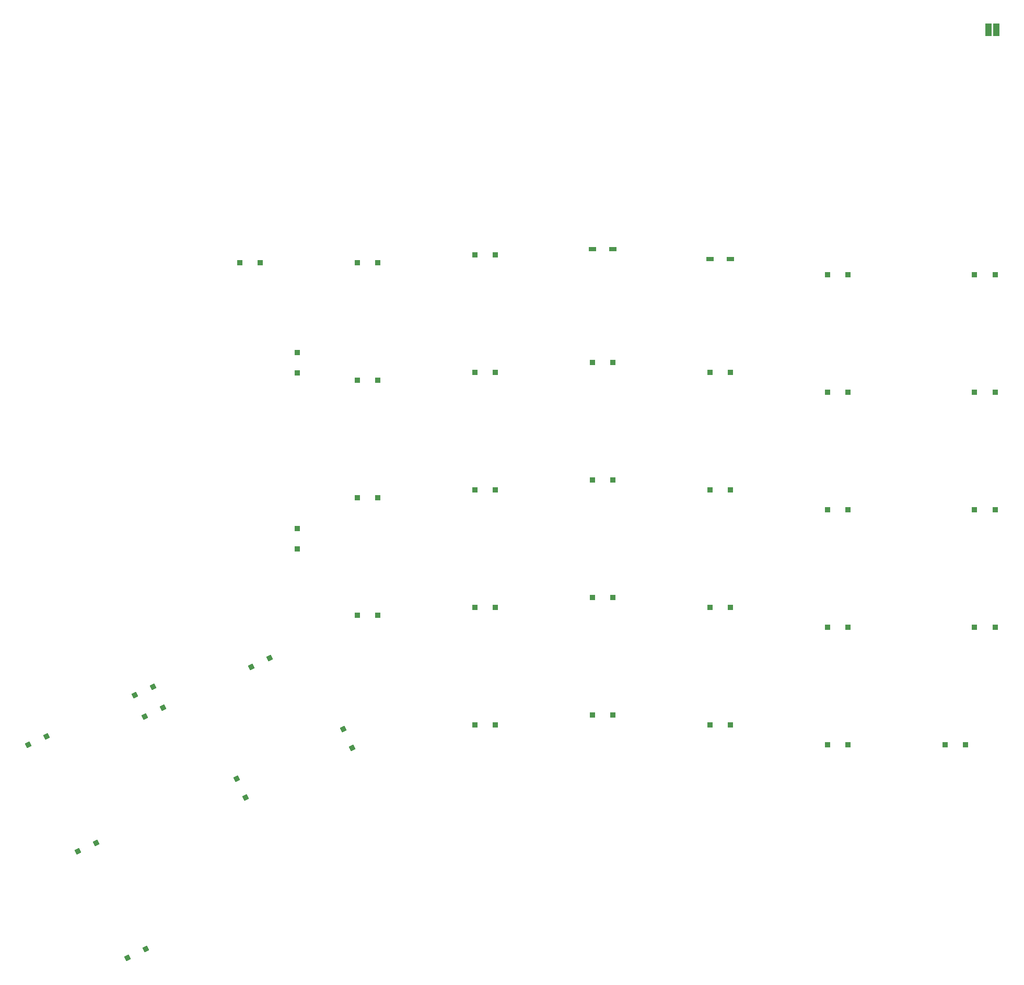
<source format=gbp>
%TF.GenerationSoftware,KiCad,Pcbnew,(6.0.5)*%
%TF.CreationDate,2022-05-21T18:26:57-06:00*%
%TF.ProjectId,ErgoDOX,4572676f-444f-4582-9e6b-696361645f70,rev?*%
%TF.SameCoordinates,Original*%
%TF.FileFunction,Paste,Bot*%
%TF.FilePolarity,Positive*%
%FSLAX46Y46*%
G04 Gerber Fmt 4.6, Leading zero omitted, Abs format (unit mm)*
G04 Created by KiCad (PCBNEW (6.0.5)) date 2022-05-21 18:26:57*
%MOMM*%
%LPD*%
G01*
G04 APERTURE LIST*
G04 Aperture macros list*
%AMRoundRect*
0 Rectangle with rounded corners*
0 $1 Rounding radius*
0 $2 $3 $4 $5 $6 $7 $8 $9 X,Y pos of 4 corners*
0 Add a 4 corners polygon primitive as box body*
4,1,4,$2,$3,$4,$5,$6,$7,$8,$9,$2,$3,0*
0 Add four circle primitives for the rounded corners*
1,1,$1+$1,$2,$3*
1,1,$1+$1,$4,$5*
1,1,$1+$1,$6,$7*
1,1,$1+$1,$8,$9*
0 Add four rect primitives between the rounded corners*
20,1,$1+$1,$2,$3,$4,$5,0*
20,1,$1+$1,$4,$5,$6,$7,0*
20,1,$1+$1,$6,$7,$8,$9,0*
20,1,$1+$1,$8,$9,$2,$3,0*%
%AMRotRect*
0 Rectangle, with rotation*
0 The origin of the aperture is its center*
0 $1 length*
0 $2 width*
0 $3 Rotation angle, in degrees counterclockwise*
0 Add horizontal line*
21,1,$1,$2,0,0,$3*%
G04 Aperture macros list end*
%ADD10RoundRect,0.051100X-0.553900X-0.313900X0.553900X-0.313900X0.553900X0.313900X-0.553900X0.313900X0*%
%ADD11R,0.838200X0.838200*%
%ADD12RotRect,0.838200X0.838200X115.000000*%
%ADD13RotRect,0.838200X0.838200X25.000000*%
%ADD14R,1.016000X2.032000*%
G04 APERTURE END LIST*
D10*
%TO.C,SW5:10*%
X127860000Y-70524000D03*
X127860000Y-70524000D03*
X131220000Y-70524000D03*
X131220000Y-70524000D03*
%TD*%
%TO.C,SW5:11*%
X146910000Y-72121660D03*
X146910000Y-72121660D03*
X150270000Y-72121660D03*
X150270000Y-72121660D03*
%TD*%
D11*
%TO.C,SW1:13*%
X188353700Y-150822660D03*
X185026300Y-150822660D03*
%TD*%
%TO.C,SW1:10*%
X127876300Y-146050000D03*
X131203700Y-146050000D03*
%TD*%
%TO.C,SW1:9*%
X112153700Y-147647660D03*
X108826300Y-147647660D03*
%TD*%
%TO.C,SW2:13*%
X193116200Y-131772660D03*
X189788800Y-131772660D03*
%TD*%
%TO.C,SW2:10*%
X131203700Y-127000000D03*
X127876300Y-127000000D03*
%TD*%
%TO.C,SW2:9*%
X112153700Y-128597660D03*
X108826300Y-128597660D03*
%TD*%
%TO.C,SW2:7*%
X80010000Y-115821460D03*
X80010000Y-119148860D03*
%TD*%
%TO.C,SW3:13*%
X189788800Y-112722660D03*
X193116200Y-112722660D03*
%TD*%
%TO.C,SW3:11*%
X146926300Y-109547660D03*
X150253700Y-109547660D03*
%TD*%
%TO.C,SW3:10*%
X127876300Y-107950000D03*
X131203700Y-107950000D03*
%TD*%
%TO.C,SW3:9*%
X108826300Y-109547660D03*
X112153700Y-109547660D03*
%TD*%
%TO.C,SW3:8*%
X93103700Y-110817660D03*
X89776300Y-110817660D03*
%TD*%
%TO.C,SW4:13*%
X189788800Y-93672660D03*
X193116200Y-93672660D03*
%TD*%
%TO.C,SW4:12*%
X165976300Y-93672660D03*
X169303700Y-93672660D03*
%TD*%
%TO.C,SW4:11*%
X150253700Y-90497660D03*
X146926300Y-90497660D03*
%TD*%
%TO.C,SW4:10*%
X127876300Y-88900000D03*
X131203700Y-88900000D03*
%TD*%
%TO.C,SW4:9*%
X108826300Y-90497660D03*
X112153700Y-90497660D03*
%TD*%
%TO.C,SW4:8*%
X93103700Y-91767660D03*
X89776300Y-91767660D03*
%TD*%
%TO.C,SW4:7*%
X80010000Y-90573860D03*
X80010000Y-87246460D03*
%TD*%
D12*
%TO.C,SW0:10*%
X87505815Y-148337305D03*
X88912035Y-151352953D03*
%TD*%
D13*
%TO.C,SW0:12*%
X55528175Y-184002955D03*
X52512527Y-185409175D03*
%TD*%
D12*
%TO.C,SW0:11*%
X71647655Y-159404753D03*
X70241435Y-156389105D03*
%TD*%
D13*
%TO.C,SW0:9*%
X47476375Y-166736035D03*
X44460727Y-168142255D03*
%TD*%
%TO.C,SW0:7*%
X36411467Y-150877875D03*
X39427115Y-149471655D03*
%TD*%
D11*
%TO.C,SW1:11*%
X146926300Y-147647660D03*
X150253700Y-147647660D03*
%TD*%
D13*
%TO.C,SW0:8*%
X53675847Y-142828615D03*
X56691495Y-141422395D03*
%TD*%
D11*
%TO.C,SW5:13*%
X193116200Y-74625200D03*
X189788800Y-74625200D03*
%TD*%
%TO.C,SW5:9*%
X112153700Y-71447660D03*
X108826300Y-71447660D03*
%TD*%
%TO.C,SW5:12*%
X169303700Y-74625200D03*
X165976300Y-74625200D03*
%TD*%
%TO.C,SW5:8*%
X89776300Y-72720200D03*
X93103700Y-72720200D03*
%TD*%
%TO.C,SW5:7*%
X74053700Y-72720200D03*
X70726300Y-72720200D03*
%TD*%
%TO.C,SW2:11*%
X150253700Y-128597660D03*
X146926300Y-128597660D03*
%TD*%
%TO.C,SW2:8*%
X93103700Y-129867660D03*
X89776300Y-129867660D03*
%TD*%
%TO.C,SW3:12*%
X165976300Y-112722660D03*
X169303700Y-112722660D03*
%TD*%
%TO.C,SW2:12*%
X169303700Y-131772660D03*
X165976300Y-131772660D03*
%TD*%
%TO.C,SW1:12*%
X165976300Y-150822660D03*
X169303700Y-150822660D03*
%TD*%
D13*
%TO.C,D1:8*%
X75566604Y-136822650D03*
X72550956Y-138228870D03*
%TD*%
%TO.C,D1:7*%
X55286576Y-146280670D03*
X58302224Y-144874450D03*
%TD*%
D14*
%TO.C,JP2*%
X192087500Y-34925000D03*
X193357500Y-34925000D03*
%TD*%
M02*

</source>
